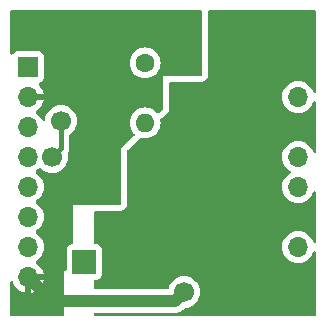
<source format=gbr>
%TF.GenerationSoftware,KiCad,Pcbnew,7.0.7*%
%TF.CreationDate,2024-03-19T13:44:43-07:00*%
%TF.ProjectId,ads7253_breakout,61647337-3235-4335-9f62-7265616b6f75,rev?*%
%TF.SameCoordinates,Original*%
%TF.FileFunction,Copper,L2,Bot*%
%TF.FilePolarity,Positive*%
%FSLAX46Y46*%
G04 Gerber Fmt 4.6, Leading zero omitted, Abs format (unit mm)*
G04 Created by KiCad (PCBNEW 7.0.7) date 2024-03-19 13:44:43*
%MOMM*%
%LPD*%
G01*
G04 APERTURE LIST*
%TA.AperFunction,ComponentPad*%
%ADD10C,1.600000*%
%TD*%
%TA.AperFunction,ComponentPad*%
%ADD11O,1.600000X1.600000*%
%TD*%
%TA.AperFunction,ComponentPad*%
%ADD12R,1.700000X1.700000*%
%TD*%
%TA.AperFunction,ComponentPad*%
%ADD13O,1.700000X1.700000*%
%TD*%
%TA.AperFunction,ComponentPad*%
%ADD14R,2.000000X2.000000*%
%TD*%
%TA.AperFunction,ComponentPad*%
%ADD15O,2.000000X2.000000*%
%TD*%
%TA.AperFunction,ViaPad*%
%ADD16C,1.700000*%
%TD*%
%TA.AperFunction,Conductor*%
%ADD17C,1.000000*%
%TD*%
%TA.AperFunction,Conductor*%
%ADD18C,0.400000*%
%TD*%
G04 APERTURE END LIST*
D10*
%TO.P,L1,1,1*%
%TO.N,+5C*%
X93726000Y-75858000D03*
D11*
%TO.P,L1,2,2*%
%TO.N,VDDA*%
X93726000Y-80938000D03*
%TD*%
D12*
%TO.P,J2,1,Pin_1*%
%TO.N,GNDA*%
X106680000Y-76200000D03*
D13*
%TO.P,J2,2,Pin_2*%
%TO.N,/AINP_B_8*%
X106680000Y-78740000D03*
%TO.P,J2,3,Pin_3*%
%TO.N,GNDA*%
X106680000Y-81280000D03*
%TO.P,J2,4,Pin_4*%
%TO.N,/REFDAC_B*%
X106680000Y-83820000D03*
%TO.P,J2,5,Pin_5*%
%TO.N,/REFDAC_A*%
X106680000Y-86360000D03*
%TO.P,J2,6,Pin_6*%
%TO.N,GNDA*%
X106680000Y-88900000D03*
%TO.P,J2,7,Pin_7*%
%TO.N,/AINP_A_1*%
X106680000Y-91440000D03*
%TO.P,J2,8,Pin_8*%
%TO.N,GNDA*%
X106680000Y-93980000D03*
%TD*%
D12*
%TO.P,J1,1,Pin_1*%
%TO.N,+5C*%
X83820000Y-76200000D03*
D13*
%TO.P,J1,2,Pin_2*%
%TO.N,GND*%
X83820000Y-78740000D03*
%TO.P,J1,3,Pin_3*%
%TO.N,/SPI_CSN*%
X83820000Y-81280000D03*
%TO.P,J1,4,Pin_4*%
%TO.N,/SPI_SDI*%
X83820000Y-83820000D03*
%TO.P,J1,5,Pin_5*%
%TO.N,/SPI_SCLK*%
X83820000Y-86360000D03*
%TO.P,J1,6,Pin_6*%
%TO.N,/SPI_SDOA*%
X83820000Y-88900000D03*
%TO.P,J1,7,Pin_7*%
%TO.N,/SPI_SDOB*%
X83820000Y-91440000D03*
%TO.P,J1,8,Pin_8*%
%TO.N,GND*%
X83820000Y-93980000D03*
%TD*%
D14*
%TO.P,D1,1,K*%
%TO.N,VDDA*%
X88569670Y-92710000D03*
D15*
%TO.P,D1,2,A*%
%TO.N,GNDA*%
X91109670Y-92710000D03*
%TD*%
D16*
%TO.N,GND*%
X85598000Y-96012000D03*
X83566000Y-72644000D03*
X93980000Y-72644000D03*
%TO.N,GNDA*%
X104140000Y-95250000D03*
X101600000Y-73152000D03*
X101600000Y-76200000D03*
X100076000Y-95250000D03*
%TO.N,GND*%
X97028000Y-95250000D03*
X90932000Y-81026000D03*
%TO.N,/SPI_CSN*%
X86614000Y-80772000D03*
X85852000Y-83820000D03*
%TD*%
D17*
%TO.N,GND*%
X97028000Y-95250000D02*
X96266000Y-96012000D01*
X96266000Y-96012000D02*
X85598000Y-96012000D01*
X85598000Y-96012000D02*
X85090000Y-95250000D01*
X85090000Y-95250000D02*
X83820000Y-93980000D01*
D18*
%TO.N,/SPI_CSN*%
X86614000Y-80772000D02*
X86614000Y-81280000D01*
X86614000Y-83058000D02*
X86614000Y-80772000D01*
X85852000Y-83820000D02*
X86614000Y-83058000D01*
%TD*%
%TA.AperFunction,Conductor*%
%TO.N,GNDA*%
G36*
X108146539Y-71394185D02*
G01*
X108192294Y-71446989D01*
X108203500Y-71498500D01*
X108203500Y-78265971D01*
X108183815Y-78333010D01*
X108131011Y-78378765D01*
X108061853Y-78388709D01*
X107998297Y-78359684D01*
X107960523Y-78300906D01*
X107959725Y-78298064D01*
X107953905Y-78276344D01*
X107953904Y-78276343D01*
X107953903Y-78276337D01*
X107854035Y-78062171D01*
X107852841Y-78060465D01*
X107718494Y-77868597D01*
X107551402Y-77701506D01*
X107551395Y-77701501D01*
X107357834Y-77565967D01*
X107357830Y-77565965D01*
X107357829Y-77565964D01*
X107143663Y-77466097D01*
X107143659Y-77466096D01*
X107143655Y-77466094D01*
X106915413Y-77404938D01*
X106915403Y-77404936D01*
X106680001Y-77384341D01*
X106679999Y-77384341D01*
X106444596Y-77404936D01*
X106444586Y-77404938D01*
X106216344Y-77466094D01*
X106216335Y-77466098D01*
X106002171Y-77565964D01*
X106002169Y-77565965D01*
X105808597Y-77701505D01*
X105641505Y-77868597D01*
X105505965Y-78062169D01*
X105505964Y-78062171D01*
X105406098Y-78276335D01*
X105406094Y-78276344D01*
X105344938Y-78504586D01*
X105344936Y-78504596D01*
X105324341Y-78739999D01*
X105324341Y-78740000D01*
X105344936Y-78975403D01*
X105344938Y-78975413D01*
X105406094Y-79203655D01*
X105406096Y-79203659D01*
X105406097Y-79203663D01*
X105427025Y-79248543D01*
X105505965Y-79417830D01*
X105505967Y-79417834D01*
X105614281Y-79572521D01*
X105641505Y-79611401D01*
X105808599Y-79778495D01*
X105902640Y-79844343D01*
X106002165Y-79914032D01*
X106002167Y-79914033D01*
X106002170Y-79914035D01*
X106216337Y-80013903D01*
X106444592Y-80075063D01*
X106632918Y-80091539D01*
X106679999Y-80095659D01*
X106680000Y-80095659D01*
X106680001Y-80095659D01*
X106719234Y-80092226D01*
X106915408Y-80075063D01*
X107143663Y-80013903D01*
X107357830Y-79914035D01*
X107551401Y-79778495D01*
X107718495Y-79611401D01*
X107854035Y-79417830D01*
X107953903Y-79203663D01*
X107959724Y-79181936D01*
X107996089Y-79122275D01*
X108058935Y-79091745D01*
X108128311Y-79100039D01*
X108182190Y-79144524D01*
X108203465Y-79211075D01*
X108203500Y-79214028D01*
X108203500Y-83345971D01*
X108183815Y-83413010D01*
X108131011Y-83458765D01*
X108061853Y-83468709D01*
X107998297Y-83439684D01*
X107960523Y-83380906D01*
X107959725Y-83378064D01*
X107953905Y-83356344D01*
X107953904Y-83356343D01*
X107953903Y-83356337D01*
X107854035Y-83142171D01*
X107853652Y-83141623D01*
X107718494Y-82948597D01*
X107551402Y-82781506D01*
X107551395Y-82781501D01*
X107357834Y-82645967D01*
X107357830Y-82645965D01*
X107357828Y-82645964D01*
X107143663Y-82546097D01*
X107143659Y-82546096D01*
X107143655Y-82546094D01*
X106915413Y-82484938D01*
X106915403Y-82484936D01*
X106680001Y-82464341D01*
X106679999Y-82464341D01*
X106444596Y-82484936D01*
X106444586Y-82484938D01*
X106216344Y-82546094D01*
X106216335Y-82546098D01*
X106002171Y-82645964D01*
X106002169Y-82645965D01*
X105808597Y-82781505D01*
X105641505Y-82948597D01*
X105505965Y-83142169D01*
X105505964Y-83142171D01*
X105406098Y-83356335D01*
X105406094Y-83356344D01*
X105344938Y-83584586D01*
X105344936Y-83584596D01*
X105324341Y-83819999D01*
X105324341Y-83820000D01*
X105344936Y-84055403D01*
X105344938Y-84055413D01*
X105406094Y-84283655D01*
X105406096Y-84283659D01*
X105406097Y-84283663D01*
X105505964Y-84497829D01*
X105505965Y-84497830D01*
X105505967Y-84497834D01*
X105564776Y-84581821D01*
X105616255Y-84655341D01*
X105641501Y-84691395D01*
X105641506Y-84691402D01*
X105808597Y-84858493D01*
X105808603Y-84858498D01*
X105994158Y-84988425D01*
X106037783Y-85043002D01*
X106044977Y-85112500D01*
X106013454Y-85174855D01*
X105994158Y-85191575D01*
X105808597Y-85321505D01*
X105641505Y-85488597D01*
X105505965Y-85682169D01*
X105505964Y-85682171D01*
X105406098Y-85896335D01*
X105406094Y-85896344D01*
X105344938Y-86124586D01*
X105344936Y-86124596D01*
X105324341Y-86359999D01*
X105324341Y-86360000D01*
X105344936Y-86595403D01*
X105344938Y-86595413D01*
X105406094Y-86823655D01*
X105406096Y-86823659D01*
X105406097Y-86823663D01*
X105505965Y-87037830D01*
X105505967Y-87037834D01*
X105564776Y-87121821D01*
X105641505Y-87231401D01*
X105808599Y-87398495D01*
X105905384Y-87466264D01*
X106002165Y-87534032D01*
X106002167Y-87534033D01*
X106002170Y-87534035D01*
X106216337Y-87633903D01*
X106444592Y-87695063D01*
X106632918Y-87711539D01*
X106679999Y-87715659D01*
X106680000Y-87715659D01*
X106680001Y-87715659D01*
X106719234Y-87712226D01*
X106915408Y-87695063D01*
X107143663Y-87633903D01*
X107357830Y-87534035D01*
X107551401Y-87398495D01*
X107718495Y-87231401D01*
X107854035Y-87037830D01*
X107953903Y-86823663D01*
X107959724Y-86801936D01*
X107996089Y-86742275D01*
X108058935Y-86711745D01*
X108128311Y-86720039D01*
X108182190Y-86764524D01*
X108203465Y-86831075D01*
X108203500Y-86834028D01*
X108203500Y-90965971D01*
X108183815Y-91033010D01*
X108131011Y-91078765D01*
X108061853Y-91088709D01*
X107998297Y-91059684D01*
X107960523Y-91000906D01*
X107959725Y-90998064D01*
X107953905Y-90976344D01*
X107953904Y-90976343D01*
X107953903Y-90976337D01*
X107854035Y-90762171D01*
X107795225Y-90678180D01*
X107718494Y-90568597D01*
X107551402Y-90401506D01*
X107551395Y-90401501D01*
X107357834Y-90265967D01*
X107357830Y-90265965D01*
X107357828Y-90265964D01*
X107143663Y-90166097D01*
X107143659Y-90166096D01*
X107143655Y-90166094D01*
X106915413Y-90104938D01*
X106915403Y-90104936D01*
X106680001Y-90084341D01*
X106679999Y-90084341D01*
X106444596Y-90104936D01*
X106444586Y-90104938D01*
X106216344Y-90166094D01*
X106216335Y-90166098D01*
X106002171Y-90265964D01*
X106002169Y-90265965D01*
X105808597Y-90401505D01*
X105641505Y-90568597D01*
X105505965Y-90762169D01*
X105505964Y-90762171D01*
X105406098Y-90976335D01*
X105406094Y-90976344D01*
X105344938Y-91204586D01*
X105344936Y-91204596D01*
X105324341Y-91439999D01*
X105324341Y-91440000D01*
X105344936Y-91675403D01*
X105344938Y-91675413D01*
X105406094Y-91903655D01*
X105406096Y-91903659D01*
X105406097Y-91903663D01*
X105492885Y-92089779D01*
X105505965Y-92117830D01*
X105505967Y-92117834D01*
X105593895Y-92243407D01*
X105641505Y-92311401D01*
X105808599Y-92478495D01*
X105905384Y-92546264D01*
X106002165Y-92614032D01*
X106002167Y-92614033D01*
X106002170Y-92614035D01*
X106216337Y-92713903D01*
X106444592Y-92775063D01*
X106632918Y-92791539D01*
X106679999Y-92795659D01*
X106680000Y-92795659D01*
X106680001Y-92795659D01*
X106719234Y-92792226D01*
X106915408Y-92775063D01*
X107143663Y-92713903D01*
X107357830Y-92614035D01*
X107551401Y-92478495D01*
X107718495Y-92311401D01*
X107854035Y-92117830D01*
X107953903Y-91903663D01*
X107959724Y-91881936D01*
X107996089Y-91822275D01*
X108058935Y-91791745D01*
X108128311Y-91800039D01*
X108182190Y-91844524D01*
X108203465Y-91911075D01*
X108203500Y-91914028D01*
X108203500Y-97157500D01*
X108183815Y-97224539D01*
X108131011Y-97270294D01*
X108079500Y-97281500D01*
X89532000Y-97281500D01*
X89464961Y-97261815D01*
X89419206Y-97209011D01*
X89408000Y-97157500D01*
X89408000Y-97136500D01*
X89427685Y-97069461D01*
X89480489Y-97023706D01*
X89532000Y-97012500D01*
X96253284Y-97012500D01*
X96342358Y-97014757D01*
X96342358Y-97014756D01*
X96342363Y-97014757D01*
X96402753Y-97003932D01*
X96407412Y-97003280D01*
X96449607Y-96998988D01*
X96468438Y-96997074D01*
X96501227Y-96986786D01*
X96508840Y-96984918D01*
X96542653Y-96978858D01*
X96599621Y-96956101D01*
X96604053Y-96954524D01*
X96662588Y-96936159D01*
X96692627Y-96919484D01*
X96699708Y-96916122D01*
X96731617Y-96903377D01*
X96782854Y-96869608D01*
X96786851Y-96867187D01*
X96840502Y-96837409D01*
X96866568Y-96815030D01*
X96872843Y-96810300D01*
X96901519Y-96791402D01*
X96944917Y-96748002D01*
X96948336Y-96744834D01*
X96994895Y-96704866D01*
X97015931Y-96677688D01*
X97021101Y-96671818D01*
X97061031Y-96631888D01*
X97122352Y-96598405D01*
X97137896Y-96596044D01*
X97263408Y-96585063D01*
X97491663Y-96523903D01*
X97705830Y-96424035D01*
X97899401Y-96288495D01*
X98066495Y-96121401D01*
X98202035Y-95927830D01*
X98301903Y-95713663D01*
X98363063Y-95485408D01*
X98383659Y-95250000D01*
X98363063Y-95014592D01*
X98301903Y-94786337D01*
X98202035Y-94572171D01*
X98117958Y-94452095D01*
X98066494Y-94378597D01*
X97899402Y-94211506D01*
X97899395Y-94211501D01*
X97897965Y-94210500D01*
X97816980Y-94153793D01*
X97705834Y-94075967D01*
X97705830Y-94075965D01*
X97705829Y-94075964D01*
X97491663Y-93976097D01*
X97491659Y-93976096D01*
X97491655Y-93976094D01*
X97263413Y-93914938D01*
X97263403Y-93914936D01*
X97028001Y-93894341D01*
X97027999Y-93894341D01*
X96792596Y-93914936D01*
X96792586Y-93914938D01*
X96564344Y-93976094D01*
X96564337Y-93976096D01*
X96564337Y-93976097D01*
X96557121Y-93979462D01*
X96350171Y-94075964D01*
X96350169Y-94075965D01*
X96156597Y-94211505D01*
X95989505Y-94378597D01*
X95853965Y-94572169D01*
X95853964Y-94572171D01*
X95754098Y-94786335D01*
X95754094Y-94786344D01*
X95718391Y-94919593D01*
X95682026Y-94979254D01*
X95619179Y-95009783D01*
X95598616Y-95011500D01*
X89532000Y-95011500D01*
X89464961Y-94991815D01*
X89419206Y-94939011D01*
X89408000Y-94887500D01*
X89408000Y-94334499D01*
X89427685Y-94267460D01*
X89480489Y-94221705D01*
X89531999Y-94210499D01*
X89617542Y-94210499D01*
X89677153Y-94204091D01*
X89812001Y-94153796D01*
X89927216Y-94067546D01*
X90013466Y-93952331D01*
X90063761Y-93817483D01*
X90070170Y-93757873D01*
X90070169Y-91662128D01*
X90063761Y-91602517D01*
X90043062Y-91547021D01*
X90013467Y-91467671D01*
X90013463Y-91467664D01*
X89927217Y-91352455D01*
X89927214Y-91352452D01*
X89812005Y-91266206D01*
X89811998Y-91266202D01*
X89677152Y-91215908D01*
X89677153Y-91215908D01*
X89617553Y-91209501D01*
X89617551Y-91209500D01*
X89617543Y-91209500D01*
X89617535Y-91209500D01*
X89532000Y-91209500D01*
X89464961Y-91189815D01*
X89419206Y-91137011D01*
X89408000Y-91085500D01*
X89408000Y-88513500D01*
X89427685Y-88446461D01*
X89480489Y-88400706D01*
X89532000Y-88389500D01*
X91569990Y-88389500D01*
X91570000Y-88389500D01*
X91677456Y-88377947D01*
X91728967Y-88366741D01*
X91764949Y-88354765D01*
X91831497Y-88332616D01*
X91831501Y-88332613D01*
X91831504Y-88332613D01*
X91952543Y-88254825D01*
X92005347Y-88209070D01*
X92099567Y-88100336D01*
X92159338Y-87969459D01*
X92179023Y-87902420D01*
X92179024Y-87902416D01*
X92199500Y-87760000D01*
X92199500Y-83332502D01*
X92219185Y-83265464D01*
X92239124Y-83241637D01*
X93142910Y-82402408D01*
X93219061Y-82313104D01*
X93250867Y-82265572D01*
X93254056Y-82259344D01*
X93302135Y-82208648D01*
X93369991Y-82191992D01*
X93396511Y-82196090D01*
X93499308Y-82223635D01*
X93661230Y-82237801D01*
X93725998Y-82243468D01*
X93726000Y-82243468D01*
X93726002Y-82243468D01*
X93782672Y-82238509D01*
X93952692Y-82223635D01*
X94172496Y-82164739D01*
X94378734Y-82068568D01*
X94565139Y-81938047D01*
X94726047Y-81777139D01*
X94856568Y-81590734D01*
X94952739Y-81384496D01*
X95011635Y-81164692D01*
X95031468Y-80938000D01*
X95011635Y-80711308D01*
X95010440Y-80706848D01*
X95012099Y-80636999D01*
X95051259Y-80579135D01*
X95074850Y-80563795D01*
X95113773Y-80544377D01*
X95113775Y-80544376D01*
X95232070Y-80462474D01*
X95565983Y-80152414D01*
X95587859Y-80129379D01*
X95617991Y-80093369D01*
X95655567Y-80042263D01*
X95715338Y-79911386D01*
X95735023Y-79844347D01*
X95735024Y-79844343D01*
X95755500Y-79701927D01*
X95755500Y-77591500D01*
X95775185Y-77524461D01*
X95827989Y-77478706D01*
X95879500Y-77467500D01*
X98427990Y-77467500D01*
X98428000Y-77467500D01*
X98535456Y-77455947D01*
X98586967Y-77444741D01*
X98621197Y-77433347D01*
X98689497Y-77410616D01*
X98689501Y-77410613D01*
X98689504Y-77410613D01*
X98810543Y-77332825D01*
X98863347Y-77287070D01*
X98957567Y-77178336D01*
X99017338Y-77047459D01*
X99037023Y-76980420D01*
X99037024Y-76980416D01*
X99057500Y-76838000D01*
X99057500Y-71498500D01*
X99077185Y-71431461D01*
X99129989Y-71385706D01*
X99181500Y-71374500D01*
X108079500Y-71374500D01*
X108146539Y-71394185D01*
G37*
%TD.AperFunction*%
%TD*%
%TA.AperFunction,Conductor*%
%TO.N,GND*%
G36*
X98495039Y-71394185D02*
G01*
X98540794Y-71446989D01*
X98552000Y-71498500D01*
X98552000Y-76838000D01*
X98532315Y-76905039D01*
X98479511Y-76950794D01*
X98428000Y-76962000D01*
X95250000Y-76962000D01*
X95250000Y-79701927D01*
X95230315Y-79768966D01*
X95210376Y-79792794D01*
X94888103Y-80092046D01*
X94825582Y-80123238D01*
X94756123Y-80115677D01*
X94716048Y-80088862D01*
X94565139Y-79937953D01*
X94565138Y-79937952D01*
X94565137Y-79937951D01*
X94378734Y-79807432D01*
X94378732Y-79807431D01*
X94172497Y-79711261D01*
X94172488Y-79711258D01*
X93952697Y-79652366D01*
X93952693Y-79652365D01*
X93952692Y-79652365D01*
X93952691Y-79652364D01*
X93952686Y-79652364D01*
X93726002Y-79632532D01*
X93725998Y-79632532D01*
X93499313Y-79652364D01*
X93499302Y-79652366D01*
X93279511Y-79711258D01*
X93279502Y-79711261D01*
X93073267Y-79807431D01*
X93073265Y-79807432D01*
X92886858Y-79937954D01*
X92725954Y-80098858D01*
X92595432Y-80285265D01*
X92595431Y-80285267D01*
X92499261Y-80491502D01*
X92499258Y-80491511D01*
X92440366Y-80711302D01*
X92440364Y-80711313D01*
X92420532Y-80937998D01*
X92420532Y-80938001D01*
X92440364Y-81164686D01*
X92440366Y-81164697D01*
X92499258Y-81384488D01*
X92499261Y-81384497D01*
X92595431Y-81590732D01*
X92595432Y-81590734D01*
X92725954Y-81777141D01*
X92802247Y-81853434D01*
X92835732Y-81914757D01*
X92830748Y-81984449D01*
X92798942Y-82031981D01*
X91694000Y-83057999D01*
X91694000Y-87760000D01*
X91674315Y-87827039D01*
X91621511Y-87872794D01*
X91570000Y-87884000D01*
X87630000Y-87884000D01*
X87630000Y-91086484D01*
X87610315Y-91153523D01*
X87557511Y-91199278D01*
X87519254Y-91209774D01*
X87462186Y-91215908D01*
X87327341Y-91266202D01*
X87327334Y-91266206D01*
X87212125Y-91352452D01*
X87212122Y-91352455D01*
X87125876Y-91467664D01*
X87125872Y-91467671D01*
X87075578Y-91602517D01*
X87072867Y-91627739D01*
X87069170Y-91662127D01*
X87069170Y-92687804D01*
X87069171Y-93348000D01*
X87049486Y-93415039D01*
X86996683Y-93460794D01*
X86945171Y-93472000D01*
X86868000Y-93472000D01*
X86868000Y-97157500D01*
X86848315Y-97224539D01*
X86795511Y-97270294D01*
X86744000Y-97281500D01*
X82420500Y-97281500D01*
X82353461Y-97261815D01*
X82307706Y-97209011D01*
X82296500Y-97157500D01*
X82296500Y-94452095D01*
X82316185Y-94385056D01*
X82368989Y-94339301D01*
X82438147Y-94329357D01*
X82501703Y-94358382D01*
X82539477Y-94417160D01*
X82540275Y-94420002D01*
X82546566Y-94443483D01*
X82546570Y-94443492D01*
X82646399Y-94657578D01*
X82781894Y-94851082D01*
X82948917Y-95018105D01*
X83142421Y-95153600D01*
X83356507Y-95253429D01*
X83356516Y-95253433D01*
X83570000Y-95310634D01*
X83570000Y-94592301D01*
X83589685Y-94525262D01*
X83642489Y-94479507D01*
X83711647Y-94469563D01*
X83784237Y-94480000D01*
X83784238Y-94480000D01*
X83855762Y-94480000D01*
X83855763Y-94480000D01*
X83928353Y-94469563D01*
X83997512Y-94479507D01*
X84050315Y-94525262D01*
X84070000Y-94592301D01*
X84070000Y-95310633D01*
X84283483Y-95253433D01*
X84283492Y-95253429D01*
X84497578Y-95153600D01*
X84691082Y-95018105D01*
X84858105Y-94851082D01*
X84993600Y-94657578D01*
X85093429Y-94443492D01*
X85093432Y-94443486D01*
X85150636Y-94230000D01*
X84433347Y-94230000D01*
X84366308Y-94210315D01*
X84320553Y-94157511D01*
X84310609Y-94088353D01*
X84314369Y-94071067D01*
X84320000Y-94051888D01*
X84320000Y-93908111D01*
X84314369Y-93888933D01*
X84314370Y-93819064D01*
X84352145Y-93760286D01*
X84415701Y-93731262D01*
X84433347Y-93730000D01*
X85150636Y-93730000D01*
X85150635Y-93729999D01*
X85093432Y-93516513D01*
X85093429Y-93516507D01*
X84993600Y-93302422D01*
X84993599Y-93302420D01*
X84858113Y-93108926D01*
X84858108Y-93108920D01*
X84691078Y-92941890D01*
X84505405Y-92811879D01*
X84461780Y-92757302D01*
X84454588Y-92687804D01*
X84486110Y-92625449D01*
X84505406Y-92608730D01*
X84691401Y-92478495D01*
X84858495Y-92311401D01*
X84994035Y-92117830D01*
X85093903Y-91903663D01*
X85155063Y-91675408D01*
X85175659Y-91440000D01*
X85155063Y-91204592D01*
X85093903Y-90976337D01*
X84994035Y-90762171D01*
X84858495Y-90568599D01*
X84858494Y-90568597D01*
X84691402Y-90401506D01*
X84691396Y-90401501D01*
X84505842Y-90271575D01*
X84462217Y-90216998D01*
X84455023Y-90147500D01*
X84486546Y-90085145D01*
X84505842Y-90068425D01*
X84528026Y-90052891D01*
X84691401Y-89938495D01*
X84858495Y-89771401D01*
X84994035Y-89577830D01*
X85093903Y-89363663D01*
X85155063Y-89135408D01*
X85175659Y-88900000D01*
X85155063Y-88664592D01*
X85093903Y-88436337D01*
X84994035Y-88222171D01*
X84858495Y-88028599D01*
X84858494Y-88028597D01*
X84691402Y-87861506D01*
X84691396Y-87861501D01*
X84505842Y-87731575D01*
X84462217Y-87676998D01*
X84455023Y-87607500D01*
X84486546Y-87545145D01*
X84505842Y-87528425D01*
X84528026Y-87512891D01*
X84691401Y-87398495D01*
X84858495Y-87231401D01*
X84994035Y-87037830D01*
X85093903Y-86823663D01*
X85155063Y-86595408D01*
X85175659Y-86360000D01*
X85155063Y-86124592D01*
X85093903Y-85896337D01*
X84994035Y-85682171D01*
X84858495Y-85488599D01*
X84858494Y-85488597D01*
X84691402Y-85321506D01*
X84691396Y-85321501D01*
X84505842Y-85191575D01*
X84462217Y-85136998D01*
X84455023Y-85067500D01*
X84486546Y-85005145D01*
X84505842Y-84988425D01*
X84528026Y-84972891D01*
X84691401Y-84858495D01*
X84748319Y-84801576D01*
X84809642Y-84768092D01*
X84879334Y-84773076D01*
X84923681Y-84801577D01*
X84980599Y-84858495D01*
X85077384Y-84926264D01*
X85174165Y-84994032D01*
X85174167Y-84994033D01*
X85174170Y-84994035D01*
X85388337Y-85093903D01*
X85616592Y-85155063D01*
X85804918Y-85171539D01*
X85851999Y-85175659D01*
X85852000Y-85175659D01*
X85852001Y-85175659D01*
X85891234Y-85172226D01*
X86087408Y-85155063D01*
X86315663Y-85093903D01*
X86529830Y-84994035D01*
X86723401Y-84858495D01*
X86890495Y-84691401D01*
X87026035Y-84497830D01*
X87125903Y-84283663D01*
X87187063Y-84055408D01*
X87207659Y-83820000D01*
X87187063Y-83584592D01*
X87178691Y-83553351D01*
X87180353Y-83483502D01*
X87200852Y-83444786D01*
X87217878Y-83423056D01*
X87222037Y-83413813D01*
X87233061Y-83394268D01*
X87238818Y-83385930D01*
X87260810Y-83327939D01*
X87262232Y-83324503D01*
X87287695Y-83267931D01*
X87289522Y-83257959D01*
X87295546Y-83236347D01*
X87299140Y-83226872D01*
X87306613Y-83165324D01*
X87307177Y-83161619D01*
X87310741Y-83142169D01*
X87318358Y-83100606D01*
X87314613Y-83038696D01*
X87314500Y-83034951D01*
X87314500Y-81994711D01*
X87334185Y-81927672D01*
X87367377Y-81893136D01*
X87485401Y-81810495D01*
X87652495Y-81643401D01*
X87788035Y-81449830D01*
X87887903Y-81235663D01*
X87949063Y-81007408D01*
X87969659Y-80772000D01*
X87949063Y-80536592D01*
X87887903Y-80308337D01*
X87788035Y-80094171D01*
X87784317Y-80088860D01*
X87652494Y-79900597D01*
X87485402Y-79733506D01*
X87485395Y-79733501D01*
X87291834Y-79597967D01*
X87291830Y-79597965D01*
X87291828Y-79597964D01*
X87077663Y-79498097D01*
X87077659Y-79498096D01*
X87077655Y-79498094D01*
X86849413Y-79436938D01*
X86849403Y-79436936D01*
X86614001Y-79416341D01*
X86613999Y-79416341D01*
X86378596Y-79436936D01*
X86378586Y-79436938D01*
X86150344Y-79498094D01*
X86150335Y-79498098D01*
X85936171Y-79597964D01*
X85936169Y-79597965D01*
X85742597Y-79733505D01*
X85575505Y-79900597D01*
X85439965Y-80094169D01*
X85439964Y-80094171D01*
X85340098Y-80308335D01*
X85340094Y-80308344D01*
X85278938Y-80536586D01*
X85278936Y-80536596D01*
X85269430Y-80645250D01*
X85243977Y-80710319D01*
X85187386Y-80751297D01*
X85117624Y-80755175D01*
X85056840Y-80720720D01*
X85033520Y-80686846D01*
X84994037Y-80602175D01*
X84994034Y-80602169D01*
X84858494Y-80408597D01*
X84691402Y-80241506D01*
X84691401Y-80241505D01*
X84505405Y-80111269D01*
X84461781Y-80056692D01*
X84454588Y-79987193D01*
X84486110Y-79924839D01*
X84505405Y-79908119D01*
X84691082Y-79778105D01*
X84858105Y-79611082D01*
X84993600Y-79417578D01*
X85093429Y-79203492D01*
X85093432Y-79203486D01*
X85150636Y-78990000D01*
X84433347Y-78990000D01*
X84366308Y-78970315D01*
X84320553Y-78917511D01*
X84310609Y-78848353D01*
X84314369Y-78831067D01*
X84320000Y-78811888D01*
X84320000Y-78668111D01*
X84314369Y-78648933D01*
X84314370Y-78579064D01*
X84352145Y-78520286D01*
X84415701Y-78491262D01*
X84433347Y-78490000D01*
X85150636Y-78490000D01*
X85150635Y-78489999D01*
X85093432Y-78276513D01*
X85093429Y-78276507D01*
X84993600Y-78062422D01*
X84993599Y-78062420D01*
X84858113Y-77868926D01*
X84858108Y-77868920D01*
X84736053Y-77746865D01*
X84702568Y-77685542D01*
X84707552Y-77615850D01*
X84749424Y-77559917D01*
X84780400Y-77543002D01*
X84912331Y-77493796D01*
X85027546Y-77407546D01*
X85113796Y-77292331D01*
X85164091Y-77157483D01*
X85170500Y-77097873D01*
X85170499Y-75858001D01*
X92420532Y-75858001D01*
X92440364Y-76084686D01*
X92440366Y-76084697D01*
X92499258Y-76304488D01*
X92499261Y-76304497D01*
X92595431Y-76510732D01*
X92595432Y-76510734D01*
X92725954Y-76697141D01*
X92886858Y-76858045D01*
X92886861Y-76858047D01*
X93073266Y-76988568D01*
X93279504Y-77084739D01*
X93499308Y-77143635D01*
X93657580Y-77157482D01*
X93725998Y-77163468D01*
X93726000Y-77163468D01*
X93726002Y-77163468D01*
X93782672Y-77158509D01*
X93952692Y-77143635D01*
X94172496Y-77084739D01*
X94378734Y-76988568D01*
X94565139Y-76858047D01*
X94726047Y-76697139D01*
X94856568Y-76510734D01*
X94952739Y-76304496D01*
X95011635Y-76084692D01*
X95031468Y-75858000D01*
X95011635Y-75631308D01*
X94952739Y-75411504D01*
X94856568Y-75205266D01*
X94758839Y-75065693D01*
X94726045Y-75018858D01*
X94565141Y-74857954D01*
X94378734Y-74727432D01*
X94378732Y-74727431D01*
X94172497Y-74631261D01*
X94172488Y-74631258D01*
X93952697Y-74572366D01*
X93952693Y-74572365D01*
X93952692Y-74572365D01*
X93952691Y-74572364D01*
X93952686Y-74572364D01*
X93726002Y-74552532D01*
X93725998Y-74552532D01*
X93499313Y-74572364D01*
X93499302Y-74572366D01*
X93279511Y-74631258D01*
X93279502Y-74631261D01*
X93073267Y-74727431D01*
X93073265Y-74727432D01*
X92886858Y-74857954D01*
X92725954Y-75018858D01*
X92595432Y-75205265D01*
X92595431Y-75205267D01*
X92499261Y-75411502D01*
X92499258Y-75411511D01*
X92440366Y-75631302D01*
X92440364Y-75631313D01*
X92420532Y-75857998D01*
X92420532Y-75858001D01*
X85170499Y-75858001D01*
X85170499Y-75302128D01*
X85164091Y-75242517D01*
X85150197Y-75205266D01*
X85113797Y-75107671D01*
X85113793Y-75107664D01*
X85027547Y-74992455D01*
X85027544Y-74992452D01*
X84912335Y-74906206D01*
X84912328Y-74906202D01*
X84777482Y-74855908D01*
X84777483Y-74855908D01*
X84717883Y-74849501D01*
X84717881Y-74849500D01*
X84717873Y-74849500D01*
X84717864Y-74849500D01*
X82922129Y-74849500D01*
X82922123Y-74849501D01*
X82862516Y-74855908D01*
X82727671Y-74906202D01*
X82727664Y-74906206D01*
X82612455Y-74992452D01*
X82612452Y-74992455D01*
X82520888Y-75114769D01*
X82518382Y-75112893D01*
X82479909Y-75151354D01*
X82411634Y-75166195D01*
X82346174Y-75141767D01*
X82304311Y-75085827D01*
X82296500Y-75042512D01*
X82296500Y-71498500D01*
X82316185Y-71431461D01*
X82368989Y-71385706D01*
X82420500Y-71374500D01*
X98428000Y-71374500D01*
X98495039Y-71394185D01*
G37*
%TD.AperFunction*%
%TD*%
M02*

</source>
